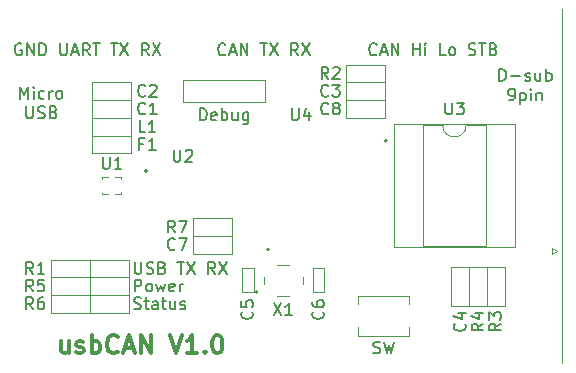
<source format=gto>
G04 #@! TF.GenerationSoftware,KiCad,Pcbnew,(5.1.9-0-10_14)*
G04 #@! TF.CreationDate,2021-04-11T20:07:46+09:00*
G04 #@! TF.ProjectId,usbCAN,75736243-414e-42e6-9b69-6361645f7063,V1.0*
G04 #@! TF.SameCoordinates,Original*
G04 #@! TF.FileFunction,Legend,Top*
G04 #@! TF.FilePolarity,Positive*
%FSLAX46Y46*%
G04 Gerber Fmt 4.6, Leading zero omitted, Abs format (unit mm)*
G04 Created by KiCad (PCBNEW (5.1.9-0-10_14)) date 2021-04-11 20:07:46*
%MOMM*%
%LPD*%
G01*
G04 APERTURE LIST*
%ADD10C,0.150000*%
%ADD11C,0.300000*%
%ADD12C,0.120000*%
%ADD13C,0.200000*%
G04 APERTURE END LIST*
D10*
X-28661904Y12000000D02*
X-28757142Y12047619D01*
X-28900000Y12047619D01*
X-29042857Y12000000D01*
X-29138095Y11904761D01*
X-29185714Y11809523D01*
X-29233333Y11619047D01*
X-29233333Y11476190D01*
X-29185714Y11285714D01*
X-29138095Y11190476D01*
X-29042857Y11095238D01*
X-28900000Y11047619D01*
X-28804761Y11047619D01*
X-28661904Y11095238D01*
X-28614285Y11142857D01*
X-28614285Y11476190D01*
X-28804761Y11476190D01*
X-28185714Y11047619D02*
X-28185714Y12047619D01*
X-27614285Y11047619D01*
X-27614285Y12047619D01*
X-27138095Y11047619D02*
X-27138095Y12047619D01*
X-26900000Y12047619D01*
X-26757142Y12000000D01*
X-26661904Y11904761D01*
X-26614285Y11809523D01*
X-26566666Y11619047D01*
X-26566666Y11476190D01*
X-26614285Y11285714D01*
X-26661904Y11190476D01*
X-26757142Y11095238D01*
X-26900000Y11047619D01*
X-27138095Y11047619D01*
X11809523Y8872619D02*
X11809523Y9872619D01*
X12047619Y9872619D01*
X12190476Y9825000D01*
X12285714Y9729761D01*
X12333333Y9634523D01*
X12380952Y9444047D01*
X12380952Y9301190D01*
X12333333Y9110714D01*
X12285714Y9015476D01*
X12190476Y8920238D01*
X12047619Y8872619D01*
X11809523Y8872619D01*
X12809523Y9253571D02*
X13571428Y9253571D01*
X14000000Y8920238D02*
X14095238Y8872619D01*
X14285714Y8872619D01*
X14380952Y8920238D01*
X14428571Y9015476D01*
X14428571Y9063095D01*
X14380952Y9158333D01*
X14285714Y9205952D01*
X14142857Y9205952D01*
X14047619Y9253571D01*
X14000000Y9348809D01*
X14000000Y9396428D01*
X14047619Y9491666D01*
X14142857Y9539285D01*
X14285714Y9539285D01*
X14380952Y9491666D01*
X15285714Y9539285D02*
X15285714Y8872619D01*
X14857142Y9539285D02*
X14857142Y9015476D01*
X14904761Y8920238D01*
X15000000Y8872619D01*
X15142857Y8872619D01*
X15238095Y8920238D01*
X15285714Y8967857D01*
X15761904Y8872619D02*
X15761904Y9872619D01*
X15761904Y9491666D02*
X15857142Y9539285D01*
X16047619Y9539285D01*
X16142857Y9491666D01*
X16190476Y9444047D01*
X16238095Y9348809D01*
X16238095Y9063095D01*
X16190476Y8967857D01*
X16142857Y8920238D01*
X16047619Y8872619D01*
X15857142Y8872619D01*
X15761904Y8920238D01*
X12666666Y7222619D02*
X12857142Y7222619D01*
X12952380Y7270238D01*
X13000000Y7317857D01*
X13095238Y7460714D01*
X13142857Y7651190D01*
X13142857Y8032142D01*
X13095238Y8127380D01*
X13047619Y8175000D01*
X12952380Y8222619D01*
X12761904Y8222619D01*
X12666666Y8175000D01*
X12619047Y8127380D01*
X12571428Y8032142D01*
X12571428Y7794047D01*
X12619047Y7698809D01*
X12666666Y7651190D01*
X12761904Y7603571D01*
X12952380Y7603571D01*
X13047619Y7651190D01*
X13095238Y7698809D01*
X13142857Y7794047D01*
X13571428Y7889285D02*
X13571428Y6889285D01*
X13571428Y7841666D02*
X13666666Y7889285D01*
X13857142Y7889285D01*
X13952380Y7841666D01*
X14000000Y7794047D01*
X14047619Y7698809D01*
X14047619Y7413095D01*
X14000000Y7317857D01*
X13952380Y7270238D01*
X13857142Y7222619D01*
X13666666Y7222619D01*
X13571428Y7270238D01*
X14476190Y7222619D02*
X14476190Y7889285D01*
X14476190Y8222619D02*
X14428571Y8175000D01*
X14476190Y8127380D01*
X14523809Y8175000D01*
X14476190Y8222619D01*
X14476190Y8127380D01*
X14952380Y7889285D02*
X14952380Y7222619D01*
X14952380Y7794047D02*
X15000000Y7841666D01*
X15095238Y7889285D01*
X15238095Y7889285D01*
X15333333Y7841666D01*
X15380952Y7746428D01*
X15380952Y7222619D01*
X-28761904Y7372619D02*
X-28761904Y8372619D01*
X-28428571Y7658333D01*
X-28095238Y8372619D01*
X-28095238Y7372619D01*
X-27619047Y7372619D02*
X-27619047Y8039285D01*
X-27619047Y8372619D02*
X-27666666Y8325000D01*
X-27619047Y8277380D01*
X-27571428Y8325000D01*
X-27619047Y8372619D01*
X-27619047Y8277380D01*
X-26714285Y7420238D02*
X-26809523Y7372619D01*
X-27000000Y7372619D01*
X-27095238Y7420238D01*
X-27142857Y7467857D01*
X-27190476Y7563095D01*
X-27190476Y7848809D01*
X-27142857Y7944047D01*
X-27095238Y7991666D01*
X-27000000Y8039285D01*
X-26809523Y8039285D01*
X-26714285Y7991666D01*
X-26285714Y7372619D02*
X-26285714Y8039285D01*
X-26285714Y7848809D02*
X-26238095Y7944047D01*
X-26190476Y7991666D01*
X-26095238Y8039285D01*
X-26000000Y8039285D01*
X-25523809Y7372619D02*
X-25619047Y7420238D01*
X-25666666Y7467857D01*
X-25714285Y7563095D01*
X-25714285Y7848809D01*
X-25666666Y7944047D01*
X-25619047Y7991666D01*
X-25523809Y8039285D01*
X-25380952Y8039285D01*
X-25285714Y7991666D01*
X-25238095Y7944047D01*
X-25190476Y7848809D01*
X-25190476Y7563095D01*
X-25238095Y7467857D01*
X-25285714Y7420238D01*
X-25380952Y7372619D01*
X-25523809Y7372619D01*
X-28261904Y6722619D02*
X-28261904Y5913095D01*
X-28214285Y5817857D01*
X-28166666Y5770238D01*
X-28071428Y5722619D01*
X-27880952Y5722619D01*
X-27785714Y5770238D01*
X-27738095Y5817857D01*
X-27690476Y5913095D01*
X-27690476Y6722619D01*
X-27261904Y5770238D02*
X-27119047Y5722619D01*
X-26880952Y5722619D01*
X-26785714Y5770238D01*
X-26738095Y5817857D01*
X-26690476Y5913095D01*
X-26690476Y6008333D01*
X-26738095Y6103571D01*
X-26785714Y6151190D01*
X-26880952Y6198809D01*
X-27071428Y6246428D01*
X-27166666Y6294047D01*
X-27214285Y6341666D01*
X-27261904Y6436904D01*
X-27261904Y6532142D01*
X-27214285Y6627380D01*
X-27166666Y6675000D01*
X-27071428Y6722619D01*
X-26833333Y6722619D01*
X-26690476Y6675000D01*
X-25928571Y6246428D02*
X-25785714Y6198809D01*
X-25738095Y6151190D01*
X-25690476Y6055952D01*
X-25690476Y5913095D01*
X-25738095Y5817857D01*
X-25785714Y5770238D01*
X-25880952Y5722619D01*
X-26261904Y5722619D01*
X-26261904Y6722619D01*
X-25928571Y6722619D01*
X-25833333Y6675000D01*
X-25785714Y6627380D01*
X-25738095Y6532142D01*
X-25738095Y6436904D01*
X-25785714Y6341666D01*
X-25833333Y6294047D01*
X-25928571Y6246428D01*
X-26261904Y6246428D01*
D11*
X-24642857Y-13178571D02*
X-24642857Y-14178571D01*
X-25285714Y-13178571D02*
X-25285714Y-13964285D01*
X-25214285Y-14107142D01*
X-25071428Y-14178571D01*
X-24857142Y-14178571D01*
X-24714285Y-14107142D01*
X-24642857Y-14035714D01*
X-24000000Y-14107142D02*
X-23857142Y-14178571D01*
X-23571428Y-14178571D01*
X-23428571Y-14107142D01*
X-23357142Y-13964285D01*
X-23357142Y-13892857D01*
X-23428571Y-13750000D01*
X-23571428Y-13678571D01*
X-23785714Y-13678571D01*
X-23928571Y-13607142D01*
X-24000000Y-13464285D01*
X-24000000Y-13392857D01*
X-23928571Y-13250000D01*
X-23785714Y-13178571D01*
X-23571428Y-13178571D01*
X-23428571Y-13250000D01*
X-22714285Y-14178571D02*
X-22714285Y-12678571D01*
X-22714285Y-13250000D02*
X-22571428Y-13178571D01*
X-22285714Y-13178571D01*
X-22142857Y-13250000D01*
X-22071428Y-13321428D01*
X-22000000Y-13464285D01*
X-22000000Y-13892857D01*
X-22071428Y-14035714D01*
X-22142857Y-14107142D01*
X-22285714Y-14178571D01*
X-22571428Y-14178571D01*
X-22714285Y-14107142D01*
X-20500000Y-14035714D02*
X-20571428Y-14107142D01*
X-20785714Y-14178571D01*
X-20928571Y-14178571D01*
X-21142857Y-14107142D01*
X-21285714Y-13964285D01*
X-21357142Y-13821428D01*
X-21428571Y-13535714D01*
X-21428571Y-13321428D01*
X-21357142Y-13035714D01*
X-21285714Y-12892857D01*
X-21142857Y-12750000D01*
X-20928571Y-12678571D01*
X-20785714Y-12678571D01*
X-20571428Y-12750000D01*
X-20500000Y-12821428D01*
X-19928571Y-13750000D02*
X-19214285Y-13750000D01*
X-20071428Y-14178571D02*
X-19571428Y-12678571D01*
X-19071428Y-14178571D01*
X-18571428Y-14178571D02*
X-18571428Y-12678571D01*
X-17714285Y-14178571D01*
X-17714285Y-12678571D01*
X-16071428Y-12678571D02*
X-15571428Y-14178571D01*
X-15071428Y-12678571D01*
X-13785714Y-14178571D02*
X-14642857Y-14178571D01*
X-14214285Y-14178571D02*
X-14214285Y-12678571D01*
X-14357142Y-12892857D01*
X-14500000Y-13035714D01*
X-14642857Y-13107142D01*
X-13142857Y-14035714D02*
X-13071428Y-14107142D01*
X-13142857Y-14178571D01*
X-13214285Y-14107142D01*
X-13142857Y-14035714D01*
X-13142857Y-14178571D01*
X-12142857Y-12678571D02*
X-12000000Y-12678571D01*
X-11857142Y-12750000D01*
X-11785714Y-12821428D01*
X-11714285Y-12964285D01*
X-11642857Y-13250000D01*
X-11642857Y-13607142D01*
X-11714285Y-13892857D01*
X-11785714Y-14035714D01*
X-11857142Y-14107142D01*
X-12000000Y-14178571D01*
X-12142857Y-14178571D01*
X-12285714Y-14107142D01*
X-12357142Y-14035714D01*
X-12428571Y-13892857D01*
X-12500000Y-13607142D01*
X-12500000Y-13250000D01*
X-12428571Y-12964285D01*
X-12357142Y-12821428D01*
X-12285714Y-12750000D01*
X-12142857Y-12678571D01*
D10*
X1142857Y-14154761D02*
X1285714Y-14202380D01*
X1523809Y-14202380D01*
X1619047Y-14154761D01*
X1666666Y-14107142D01*
X1714285Y-14011904D01*
X1714285Y-13916666D01*
X1666666Y-13821428D01*
X1619047Y-13773809D01*
X1523809Y-13726190D01*
X1333333Y-13678571D01*
X1238095Y-13630952D01*
X1190476Y-13583333D01*
X1142857Y-13488095D01*
X1142857Y-13392857D01*
X1190476Y-13297619D01*
X1238095Y-13250000D01*
X1333333Y-13202380D01*
X1571428Y-13202380D01*
X1714285Y-13250000D01*
X2047619Y-13202380D02*
X2285714Y-14202380D01*
X2476190Y-13488095D01*
X2666666Y-14202380D01*
X2904761Y-13202380D01*
X-13547619Y5547619D02*
X-13547619Y6547619D01*
X-13309523Y6547619D01*
X-13166666Y6500000D01*
X-13071428Y6404761D01*
X-13023809Y6309523D01*
X-12976190Y6119047D01*
X-12976190Y5976190D01*
X-13023809Y5785714D01*
X-13071428Y5690476D01*
X-13166666Y5595238D01*
X-13309523Y5547619D01*
X-13547619Y5547619D01*
X-12166666Y5595238D02*
X-12261904Y5547619D01*
X-12452380Y5547619D01*
X-12547619Y5595238D01*
X-12595238Y5690476D01*
X-12595238Y6071428D01*
X-12547619Y6166666D01*
X-12452380Y6214285D01*
X-12261904Y6214285D01*
X-12166666Y6166666D01*
X-12119047Y6071428D01*
X-12119047Y5976190D01*
X-12595238Y5880952D01*
X-11690476Y5547619D02*
X-11690476Y6547619D01*
X-11690476Y6166666D02*
X-11595238Y6214285D01*
X-11404761Y6214285D01*
X-11309523Y6166666D01*
X-11261904Y6119047D01*
X-11214285Y6023809D01*
X-11214285Y5738095D01*
X-11261904Y5642857D01*
X-11309523Y5595238D01*
X-11404761Y5547619D01*
X-11595238Y5547619D01*
X-11690476Y5595238D01*
X-10357142Y6214285D02*
X-10357142Y5547619D01*
X-10785714Y6214285D02*
X-10785714Y5690476D01*
X-10738095Y5595238D01*
X-10642857Y5547619D01*
X-10500000Y5547619D01*
X-10404761Y5595238D01*
X-10357142Y5642857D01*
X-9452380Y6214285D02*
X-9452380Y5404761D01*
X-9500000Y5309523D01*
X-9547619Y5261904D01*
X-9642857Y5214285D01*
X-9785714Y5214285D01*
X-9880952Y5261904D01*
X-9452380Y5595238D02*
X-9547619Y5547619D01*
X-9738095Y5547619D01*
X-9833333Y5595238D01*
X-9880952Y5642857D01*
X-9928571Y5738095D01*
X-9928571Y6023809D01*
X-9880952Y6119047D01*
X-9833333Y6166666D01*
X-9738095Y6214285D01*
X-9547619Y6214285D01*
X-9452380Y6166666D01*
X1407023Y11142857D02*
X1359404Y11095238D01*
X1216547Y11047619D01*
X1121309Y11047619D01*
X978452Y11095238D01*
X883214Y11190476D01*
X835595Y11285714D01*
X787976Y11476190D01*
X787976Y11619047D01*
X835595Y11809523D01*
X883214Y11904761D01*
X978452Y12000000D01*
X1121309Y12047619D01*
X1216547Y12047619D01*
X1359404Y12000000D01*
X1407023Y11952380D01*
X1787976Y11333333D02*
X2264166Y11333333D01*
X1692738Y11047619D02*
X2026071Y12047619D01*
X2359404Y11047619D01*
X2692738Y11047619D02*
X2692738Y12047619D01*
X3264166Y11047619D01*
X3264166Y12047619D01*
X4502261Y11047619D02*
X4502261Y12047619D01*
X4502261Y11571428D02*
X5073690Y11571428D01*
X5073690Y11047619D02*
X5073690Y12047619D01*
X5549880Y11047619D02*
X5549880Y11714285D01*
X5549880Y12047619D02*
X5502261Y12000000D01*
X5549880Y11952380D01*
X5597499Y12000000D01*
X5549880Y12047619D01*
X5549880Y11952380D01*
X7264166Y11047619D02*
X6787976Y11047619D01*
X6787976Y12047619D01*
X7740357Y11047619D02*
X7645119Y11095238D01*
X7597499Y11142857D01*
X7549880Y11238095D01*
X7549880Y11523809D01*
X7597499Y11619047D01*
X7645119Y11666666D01*
X7740357Y11714285D01*
X7883214Y11714285D01*
X7978452Y11666666D01*
X8026071Y11619047D01*
X8073690Y11523809D01*
X8073690Y11238095D01*
X8026071Y11142857D01*
X7978452Y11095238D01*
X7883214Y11047619D01*
X7740357Y11047619D01*
X9216547Y11095238D02*
X9359404Y11047619D01*
X9597499Y11047619D01*
X9692738Y11095238D01*
X9740357Y11142857D01*
X9787976Y11238095D01*
X9787976Y11333333D01*
X9740357Y11428571D01*
X9692738Y11476190D01*
X9597499Y11523809D01*
X9407023Y11571428D01*
X9311785Y11619047D01*
X9264166Y11666666D01*
X9216547Y11761904D01*
X9216547Y11857142D01*
X9264166Y11952380D01*
X9311785Y12000000D01*
X9407023Y12047619D01*
X9645119Y12047619D01*
X9787976Y12000000D01*
X10073690Y12047619D02*
X10645119Y12047619D01*
X10359404Y11047619D02*
X10359404Y12047619D01*
X11311785Y11571428D02*
X11454642Y11523809D01*
X11502261Y11476190D01*
X11549880Y11380952D01*
X11549880Y11238095D01*
X11502261Y11142857D01*
X11454642Y11095238D01*
X11359404Y11047619D01*
X10978452Y11047619D01*
X10978452Y12047619D01*
X11311785Y12047619D01*
X11407023Y12000000D01*
X11454642Y11952380D01*
X11502261Y11857142D01*
X11502261Y11761904D01*
X11454642Y11666666D01*
X11407023Y11619047D01*
X11311785Y11571428D01*
X10978452Y11571428D01*
X-11392976Y11142857D02*
X-11440595Y11095238D01*
X-11583452Y11047619D01*
X-11678690Y11047619D01*
X-11821547Y11095238D01*
X-11916785Y11190476D01*
X-11964404Y11285714D01*
X-12012023Y11476190D01*
X-12012023Y11619047D01*
X-11964404Y11809523D01*
X-11916785Y11904761D01*
X-11821547Y12000000D01*
X-11678690Y12047619D01*
X-11583452Y12047619D01*
X-11440595Y12000000D01*
X-11392976Y11952380D01*
X-11012023Y11333333D02*
X-10535833Y11333333D01*
X-11107261Y11047619D02*
X-10773928Y12047619D01*
X-10440595Y11047619D01*
X-10107261Y11047619D02*
X-10107261Y12047619D01*
X-9535833Y11047619D01*
X-9535833Y12047619D01*
X-8440595Y12047619D02*
X-7869166Y12047619D01*
X-8154880Y11047619D02*
X-8154880Y12047619D01*
X-7631071Y12047619D02*
X-6964404Y11047619D01*
X-6964404Y12047619D02*
X-7631071Y11047619D01*
X-5250119Y11047619D02*
X-5583452Y11523809D01*
X-5821547Y11047619D02*
X-5821547Y12047619D01*
X-5440595Y12047619D01*
X-5345357Y12000000D01*
X-5297738Y11952380D01*
X-5250119Y11857142D01*
X-5250119Y11714285D01*
X-5297738Y11619047D01*
X-5345357Y11571428D01*
X-5440595Y11523809D01*
X-5821547Y11523809D01*
X-4916785Y12047619D02*
X-4250119Y11047619D01*
X-4250119Y12047619D02*
X-4916785Y11047619D01*
X-25364404Y12047619D02*
X-25364404Y11238095D01*
X-25316785Y11142857D01*
X-25269166Y11095238D01*
X-25173928Y11047619D01*
X-24983452Y11047619D01*
X-24888214Y11095238D01*
X-24840595Y11142857D01*
X-24792976Y11238095D01*
X-24792976Y12047619D01*
X-24364404Y11333333D02*
X-23888214Y11333333D01*
X-24459642Y11047619D02*
X-24126309Y12047619D01*
X-23792976Y11047619D01*
X-22888214Y11047619D02*
X-23221547Y11523809D01*
X-23459642Y11047619D02*
X-23459642Y12047619D01*
X-23078690Y12047619D01*
X-22983452Y12000000D01*
X-22935833Y11952380D01*
X-22888214Y11857142D01*
X-22888214Y11714285D01*
X-22935833Y11619047D01*
X-22983452Y11571428D01*
X-23078690Y11523809D01*
X-23459642Y11523809D01*
X-22602500Y12047619D02*
X-22031071Y12047619D01*
X-22316785Y11047619D02*
X-22316785Y12047619D01*
X-21078690Y12047619D02*
X-20507261Y12047619D01*
X-20792976Y11047619D02*
X-20792976Y12047619D01*
X-20269166Y12047619D02*
X-19602500Y11047619D01*
X-19602500Y12047619D02*
X-20269166Y11047619D01*
X-17888214Y11047619D02*
X-18221547Y11523809D01*
X-18459642Y11047619D02*
X-18459642Y12047619D01*
X-18078690Y12047619D01*
X-17983452Y12000000D01*
X-17935833Y11952380D01*
X-17888214Y11857142D01*
X-17888214Y11714285D01*
X-17935833Y11619047D01*
X-17983452Y11571428D01*
X-18078690Y11523809D01*
X-18459642Y11523809D01*
X-17554880Y12047619D02*
X-16888214Y11047619D01*
X-16888214Y12047619D02*
X-17554880Y11047619D01*
X-19112023Y-10404761D02*
X-18969166Y-10452380D01*
X-18731071Y-10452380D01*
X-18635833Y-10404761D01*
X-18588214Y-10357142D01*
X-18540595Y-10261904D01*
X-18540595Y-10166666D01*
X-18588214Y-10071428D01*
X-18635833Y-10023809D01*
X-18731071Y-9976190D01*
X-18921547Y-9928571D01*
X-19016785Y-9880952D01*
X-19064404Y-9833333D01*
X-19112023Y-9738095D01*
X-19112023Y-9642857D01*
X-19064404Y-9547619D01*
X-19016785Y-9500000D01*
X-18921547Y-9452380D01*
X-18683452Y-9452380D01*
X-18540595Y-9500000D01*
X-18254880Y-9785714D02*
X-17873928Y-9785714D01*
X-18112023Y-9452380D02*
X-18112023Y-10309523D01*
X-18064404Y-10404761D01*
X-17969166Y-10452380D01*
X-17873928Y-10452380D01*
X-17112023Y-10452380D02*
X-17112023Y-9928571D01*
X-17159642Y-9833333D01*
X-17254880Y-9785714D01*
X-17445357Y-9785714D01*
X-17540595Y-9833333D01*
X-17112023Y-10404761D02*
X-17207261Y-10452380D01*
X-17445357Y-10452380D01*
X-17540595Y-10404761D01*
X-17588214Y-10309523D01*
X-17588214Y-10214285D01*
X-17540595Y-10119047D01*
X-17445357Y-10071428D01*
X-17207261Y-10071428D01*
X-17112023Y-10023809D01*
X-16778690Y-9785714D02*
X-16397738Y-9785714D01*
X-16635833Y-9452380D02*
X-16635833Y-10309523D01*
X-16588214Y-10404761D01*
X-16492976Y-10452380D01*
X-16397738Y-10452380D01*
X-15635833Y-9785714D02*
X-15635833Y-10452380D01*
X-16064404Y-9785714D02*
X-16064404Y-10309523D01*
X-16016785Y-10404761D01*
X-15921547Y-10452380D01*
X-15778690Y-10452380D01*
X-15683452Y-10404761D01*
X-15635833Y-10357142D01*
X-15207261Y-10404761D02*
X-15112023Y-10452380D01*
X-14921547Y-10452380D01*
X-14826309Y-10404761D01*
X-14778690Y-10309523D01*
X-14778690Y-10261904D01*
X-14826309Y-10166666D01*
X-14921547Y-10119047D01*
X-15064404Y-10119047D01*
X-15159642Y-10071428D01*
X-15207261Y-9976190D01*
X-15207261Y-9928571D01*
X-15159642Y-9833333D01*
X-15064404Y-9785714D01*
X-14921547Y-9785714D01*
X-14826309Y-9833333D01*
X-19064404Y-8952380D02*
X-19064404Y-7952380D01*
X-18683452Y-7952380D01*
X-18588214Y-8000000D01*
X-18540595Y-8047619D01*
X-18492976Y-8142857D01*
X-18492976Y-8285714D01*
X-18540595Y-8380952D01*
X-18588214Y-8428571D01*
X-18683452Y-8476190D01*
X-19064404Y-8476190D01*
X-17921547Y-8952380D02*
X-18016785Y-8904761D01*
X-18064404Y-8857142D01*
X-18112023Y-8761904D01*
X-18112023Y-8476190D01*
X-18064404Y-8380952D01*
X-18016785Y-8333333D01*
X-17921547Y-8285714D01*
X-17778690Y-8285714D01*
X-17683452Y-8333333D01*
X-17635833Y-8380952D01*
X-17588214Y-8476190D01*
X-17588214Y-8761904D01*
X-17635833Y-8857142D01*
X-17683452Y-8904761D01*
X-17778690Y-8952380D01*
X-17921547Y-8952380D01*
X-17254880Y-8285714D02*
X-17064404Y-8952380D01*
X-16873928Y-8476190D01*
X-16683452Y-8952380D01*
X-16492976Y-8285714D01*
X-15731071Y-8904761D02*
X-15826309Y-8952380D01*
X-16016785Y-8952380D01*
X-16112023Y-8904761D01*
X-16159642Y-8809523D01*
X-16159642Y-8428571D01*
X-16112023Y-8333333D01*
X-16016785Y-8285714D01*
X-15826309Y-8285714D01*
X-15731071Y-8333333D01*
X-15683452Y-8428571D01*
X-15683452Y-8523809D01*
X-16159642Y-8619047D01*
X-15254880Y-8952380D02*
X-15254880Y-8285714D01*
X-15254880Y-8476190D02*
X-15207261Y-8380952D01*
X-15159642Y-8333333D01*
X-15064404Y-8285714D01*
X-14969166Y-8285714D01*
X-19064404Y-6452380D02*
X-19064404Y-7261904D01*
X-19016785Y-7357142D01*
X-18969166Y-7404761D01*
X-18873928Y-7452380D01*
X-18683452Y-7452380D01*
X-18588214Y-7404761D01*
X-18540595Y-7357142D01*
X-18492976Y-7261904D01*
X-18492976Y-6452380D01*
X-18064404Y-7404761D02*
X-17921547Y-7452380D01*
X-17683452Y-7452380D01*
X-17588214Y-7404761D01*
X-17540595Y-7357142D01*
X-17492976Y-7261904D01*
X-17492976Y-7166666D01*
X-17540595Y-7071428D01*
X-17588214Y-7023809D01*
X-17683452Y-6976190D01*
X-17873928Y-6928571D01*
X-17969166Y-6880952D01*
X-18016785Y-6833333D01*
X-18064404Y-6738095D01*
X-18064404Y-6642857D01*
X-18016785Y-6547619D01*
X-17969166Y-6500000D01*
X-17873928Y-6452380D01*
X-17635833Y-6452380D01*
X-17492976Y-6500000D01*
X-16731071Y-6928571D02*
X-16588214Y-6976190D01*
X-16540595Y-7023809D01*
X-16492976Y-7119047D01*
X-16492976Y-7261904D01*
X-16540595Y-7357142D01*
X-16588214Y-7404761D01*
X-16683452Y-7452380D01*
X-17064404Y-7452380D01*
X-17064404Y-6452380D01*
X-16731071Y-6452380D01*
X-16635833Y-6500000D01*
X-16588214Y-6547619D01*
X-16540595Y-6642857D01*
X-16540595Y-6738095D01*
X-16588214Y-6833333D01*
X-16635833Y-6880952D01*
X-16731071Y-6928571D01*
X-17064404Y-6928571D01*
X-15445357Y-6452380D02*
X-14873928Y-6452380D01*
X-15159642Y-7452380D02*
X-15159642Y-6452380D01*
X-14635833Y-6452380D02*
X-13969166Y-7452380D01*
X-13969166Y-6452380D02*
X-14635833Y-7452380D01*
X-12254880Y-7452380D02*
X-12588214Y-6976190D01*
X-12826309Y-7452380D02*
X-12826309Y-6452380D01*
X-12445357Y-6452380D01*
X-12350119Y-6500000D01*
X-12302500Y-6547619D01*
X-12254880Y-6642857D01*
X-12254880Y-6785714D01*
X-12302500Y-6880952D01*
X-12350119Y-6928571D01*
X-12445357Y-6976190D01*
X-12826309Y-6976190D01*
X-11921547Y-6452380D02*
X-11254880Y-7452380D01*
X-11254880Y-6452380D02*
X-11921547Y-7452380D01*
D12*
X-22650000Y4250000D02*
X-22650000Y2750000D01*
X-19350000Y4250000D02*
X-19350000Y2750000D01*
X-22650000Y4250000D02*
X-19350000Y4250000D01*
X-22650000Y2750000D02*
X-19350000Y2750000D01*
X16678675Y-5540000D02*
X16245662Y-5790000D01*
X16245662Y-5290000D02*
X16678675Y-5540000D01*
X16245662Y-5790000D02*
X16245662Y-5290000D01*
X17100000Y-15040000D02*
X17100000Y14960000D01*
D13*
X-18000000Y1250000D02*
G75*
G03*
X-18000000Y1250000I-100000J0D01*
G01*
X2290000Y3810000D02*
G75*
G03*
X2290000Y3810000I-100000J0D01*
G01*
D12*
X7000000Y5140000D02*
X5350000Y5140000D01*
X5350000Y5140000D02*
X5350000Y-5140000D01*
X5350000Y-5140000D02*
X10650000Y-5140000D01*
X10650000Y-5140000D02*
X10650000Y5140000D01*
X10650000Y5140000D02*
X9000000Y5140000D01*
X2860000Y5200000D02*
X2860000Y-5200000D01*
X2860000Y-5200000D02*
X13140000Y-5200000D01*
X13140000Y-5200000D02*
X13140000Y5200000D01*
X13140000Y5200000D02*
X2860000Y5200000D01*
X9000000Y5140000D02*
G75*
G02*
X7000000Y5140000I-1000000J0D01*
G01*
D13*
X-8700000Y-9000000D02*
G75*
G03*
X-8700000Y-9000000I-70711J0D01*
G01*
D12*
X-8150000Y-7700000D02*
X-8150000Y-8300000D01*
X-6000000Y-6700000D02*
X-7000000Y-6700000D01*
X-4850000Y-8300000D02*
X-4850000Y-7700000D01*
X-7000000Y-9300000D02*
X-6000000Y-9300000D01*
D13*
X-7700000Y-5400000D02*
G75*
G03*
X-7700000Y-5400000I-100000J0D01*
G01*
D12*
X-21800000Y600000D02*
X-21800000Y700000D01*
X-21800000Y700000D02*
X-21300000Y700000D01*
X-20700000Y700000D02*
X-20200000Y700000D01*
X-20200000Y700000D02*
X-20200000Y600000D01*
X-20200000Y-500000D02*
X-20200000Y-700000D01*
X-20200000Y-700000D02*
X-20700000Y-700000D01*
X-21300000Y-700000D02*
X-21800000Y-700000D01*
X-21800000Y-700000D02*
X-21800000Y-600000D01*
X4200000Y-12000000D02*
X4200000Y-12700000D01*
X4200000Y-12700000D02*
X-200000Y-12700000D01*
X-200000Y-12700000D02*
X-200000Y-12000000D01*
X-200000Y-10000000D02*
X-200000Y-9300000D01*
X-200000Y-9300000D02*
X4200000Y-9300000D01*
X4200000Y-9300000D02*
X4200000Y-10000000D01*
X-10850000Y-2750000D02*
X-14150000Y-2750000D01*
X-10850000Y-4250000D02*
X-14150000Y-4250000D01*
X-14150000Y-4250000D02*
X-14150000Y-2750000D01*
X-10850000Y-4250000D02*
X-10850000Y-2750000D01*
X-22850000Y-9250000D02*
X-26150000Y-9250000D01*
X-22850000Y-10750000D02*
X-26150000Y-10750000D01*
X-26150000Y-10750000D02*
X-26150000Y-9250000D01*
X-22850000Y-10750000D02*
X-22850000Y-9250000D01*
X-22850000Y-7750000D02*
X-26150000Y-7750000D01*
X-22850000Y-9250000D02*
X-26150000Y-9250000D01*
X-26150000Y-9250000D02*
X-26150000Y-7750000D01*
X-22850000Y-9250000D02*
X-22850000Y-7750000D01*
X12250000Y-10150000D02*
X12250000Y-6850000D01*
X10750000Y-10150000D02*
X10750000Y-6850000D01*
X10750000Y-6850000D02*
X12250000Y-6850000D01*
X10750000Y-10150000D02*
X12250000Y-10150000D01*
X7750000Y-6850000D02*
X7750000Y-10150000D01*
X9250000Y-6850000D02*
X9250000Y-10150000D01*
X9250000Y-10150000D02*
X7750000Y-10150000D01*
X9250000Y-6850000D02*
X7750000Y-6850000D01*
X2150000Y10250000D02*
X-1150000Y10250000D01*
X2150000Y8750000D02*
X-1150000Y8750000D01*
X-1150000Y8750000D02*
X-1150000Y10250000D01*
X2150000Y8750000D02*
X2150000Y10250000D01*
X-22850000Y-6250000D02*
X-26150000Y-6250000D01*
X-22850000Y-7750000D02*
X-26150000Y-7750000D01*
X-26150000Y-7750000D02*
X-26150000Y-6250000D01*
X-22850000Y-7750000D02*
X-22850000Y-6250000D01*
X-19350000Y5750000D02*
X-22650000Y5750000D01*
X-19350000Y4250000D02*
X-22650000Y4250000D01*
X-22650000Y4250000D02*
X-22650000Y5750000D01*
X-19350000Y4250000D02*
X-19350000Y5750000D01*
X-8000000Y7050000D02*
X-8000000Y8950000D01*
X-14950000Y7050000D02*
X-8000000Y7050000D01*
X-14950000Y8950000D02*
X-8000000Y8950000D01*
X-14950000Y7050000D02*
X-14950000Y8950000D01*
X-19550000Y-9250000D02*
X-22850000Y-9250000D01*
X-19550000Y-10750000D02*
X-22850000Y-10750000D01*
X-22850000Y-10750000D02*
X-22850000Y-9250000D01*
X-19550000Y-10750000D02*
X-19550000Y-9250000D01*
X-19550000Y-7750000D02*
X-22850000Y-7750000D01*
X-19550000Y-9250000D02*
X-22850000Y-9250000D01*
X-22850000Y-9250000D02*
X-22850000Y-7750000D01*
X-19550000Y-9250000D02*
X-19550000Y-7750000D01*
X-19550000Y-6250000D02*
X-22850000Y-6250000D01*
X-19550000Y-7750000D02*
X-22850000Y-7750000D01*
X-22850000Y-7750000D02*
X-22850000Y-6250000D01*
X-19550000Y-7750000D02*
X-19550000Y-6250000D01*
X2150000Y7250000D02*
X-1150000Y7250000D01*
X2150000Y5750000D02*
X-1150000Y5750000D01*
X-1150000Y5750000D02*
X-1150000Y7250000D01*
X2150000Y5750000D02*
X2150000Y7250000D01*
X-14150000Y-5750000D02*
X-10850000Y-5750000D01*
X-14150000Y-4250000D02*
X-10850000Y-4250000D01*
X-10850000Y-4250000D02*
X-10850000Y-5750000D01*
X-14150000Y-4250000D02*
X-14150000Y-5750000D01*
X-3000000Y-7000000D02*
X-4000000Y-7000000D01*
X-3000000Y-9000000D02*
X-4000000Y-9000000D01*
X-3000000Y-9000000D02*
X-3000000Y-7000000D01*
X-4000000Y-9000000D02*
X-4000000Y-7000000D01*
X-10000000Y-9000000D02*
X-9000000Y-9000000D01*
X-10000000Y-7000000D02*
X-9000000Y-7000000D01*
X-10000000Y-7000000D02*
X-10000000Y-9000000D01*
X-9000000Y-7000000D02*
X-9000000Y-9000000D01*
X10750000Y-10150000D02*
X10750000Y-6850000D01*
X9250000Y-10150000D02*
X9250000Y-6850000D01*
X9250000Y-6850000D02*
X10750000Y-6850000D01*
X9250000Y-10150000D02*
X10750000Y-10150000D01*
X2150000Y8750000D02*
X-1150000Y8750000D01*
X2150000Y7250000D02*
X-1150000Y7250000D01*
X-1150000Y7250000D02*
X-1150000Y8750000D01*
X2150000Y7250000D02*
X2150000Y8750000D01*
X-22650000Y7250000D02*
X-19350000Y7250000D01*
X-22650000Y8750000D02*
X-19350000Y8750000D01*
X-19350000Y8750000D02*
X-19350000Y7250000D01*
X-22650000Y8750000D02*
X-22650000Y7250000D01*
X-22650000Y5750000D02*
X-19350000Y5750000D01*
X-22650000Y7250000D02*
X-19350000Y7250000D01*
X-19350000Y7250000D02*
X-19350000Y5750000D01*
X-22650000Y7250000D02*
X-22650000Y5750000D01*
D10*
X-18333333Y3571428D02*
X-18666666Y3571428D01*
X-18666666Y3047619D02*
X-18666666Y4047619D01*
X-18190476Y4047619D01*
X-17285714Y3047619D02*
X-17857142Y3047619D01*
X-17571428Y3047619D02*
X-17571428Y4047619D01*
X-17666666Y3904761D01*
X-17761904Y3809523D01*
X-17857142Y3761904D01*
X-15761904Y3047619D02*
X-15761904Y2238095D01*
X-15714285Y2142857D01*
X-15666666Y2095238D01*
X-15571428Y2047619D01*
X-15380952Y2047619D01*
X-15285714Y2095238D01*
X-15238095Y2142857D01*
X-15190476Y2238095D01*
X-15190476Y3047619D01*
X-14761904Y2952380D02*
X-14714285Y3000000D01*
X-14619047Y3047619D01*
X-14380952Y3047619D01*
X-14285714Y3000000D01*
X-14238095Y2952380D01*
X-14190476Y2857142D01*
X-14190476Y2761904D01*
X-14238095Y2619047D01*
X-14809523Y2047619D01*
X-14190476Y2047619D01*
X7238095Y7047619D02*
X7238095Y6238095D01*
X7285714Y6142857D01*
X7333333Y6095238D01*
X7428571Y6047619D01*
X7619047Y6047619D01*
X7714285Y6095238D01*
X7761904Y6142857D01*
X7809523Y6238095D01*
X7809523Y7047619D01*
X8190476Y7047619D02*
X8809523Y7047619D01*
X8476190Y6666666D01*
X8619047Y6666666D01*
X8714285Y6619047D01*
X8761904Y6571428D01*
X8809523Y6476190D01*
X8809523Y6238095D01*
X8761904Y6142857D01*
X8714285Y6095238D01*
X8619047Y6047619D01*
X8333333Y6047619D01*
X8238095Y6095238D01*
X8190476Y6142857D01*
X-7309523Y-9952380D02*
X-6642857Y-10952380D01*
X-6642857Y-9952380D02*
X-7309523Y-10952380D01*
X-5738095Y-10952380D02*
X-6309523Y-10952380D01*
X-6023809Y-10952380D02*
X-6023809Y-9952380D01*
X-6119047Y-10095238D01*
X-6214285Y-10190476D01*
X-6309523Y-10238095D01*
X-5761904Y6547619D02*
X-5761904Y5738095D01*
X-5714285Y5642857D01*
X-5666666Y5595238D01*
X-5571428Y5547619D01*
X-5380952Y5547619D01*
X-5285714Y5595238D01*
X-5238095Y5642857D01*
X-5190476Y5738095D01*
X-5190476Y6547619D01*
X-4285714Y6214285D02*
X-4285714Y5547619D01*
X-4523809Y6595238D02*
X-4761904Y5880952D01*
X-4142857Y5880952D01*
X-21761904Y2447619D02*
X-21761904Y1638095D01*
X-21714285Y1542857D01*
X-21666666Y1495238D01*
X-21571428Y1447619D01*
X-21380952Y1447619D01*
X-21285714Y1495238D01*
X-21238095Y1542857D01*
X-21190476Y1638095D01*
X-21190476Y2447619D01*
X-20190476Y1447619D02*
X-20761904Y1447619D01*
X-20476190Y1447619D02*
X-20476190Y2447619D01*
X-20571428Y2304761D01*
X-20666666Y2209523D01*
X-20761904Y2161904D01*
X-15666666Y-3952380D02*
X-16000000Y-3476190D01*
X-16238095Y-3952380D02*
X-16238095Y-2952380D01*
X-15857142Y-2952380D01*
X-15761904Y-3000000D01*
X-15714285Y-3047619D01*
X-15666666Y-3142857D01*
X-15666666Y-3285714D01*
X-15714285Y-3380952D01*
X-15761904Y-3428571D01*
X-15857142Y-3476190D01*
X-16238095Y-3476190D01*
X-15333333Y-2952380D02*
X-14666666Y-2952380D01*
X-15095238Y-3952380D01*
X-27666666Y-10452380D02*
X-28000000Y-9976190D01*
X-28238095Y-10452380D02*
X-28238095Y-9452380D01*
X-27857142Y-9452380D01*
X-27761904Y-9500000D01*
X-27714285Y-9547619D01*
X-27666666Y-9642857D01*
X-27666666Y-9785714D01*
X-27714285Y-9880952D01*
X-27761904Y-9928571D01*
X-27857142Y-9976190D01*
X-28238095Y-9976190D01*
X-26809523Y-9452380D02*
X-27000000Y-9452380D01*
X-27095238Y-9500000D01*
X-27142857Y-9547619D01*
X-27238095Y-9690476D01*
X-27285714Y-9880952D01*
X-27285714Y-10261904D01*
X-27238095Y-10357142D01*
X-27190476Y-10404761D01*
X-27095238Y-10452380D01*
X-26904761Y-10452380D01*
X-26809523Y-10404761D01*
X-26761904Y-10357142D01*
X-26714285Y-10261904D01*
X-26714285Y-10023809D01*
X-26761904Y-9928571D01*
X-26809523Y-9880952D01*
X-26904761Y-9833333D01*
X-27095238Y-9833333D01*
X-27190476Y-9880952D01*
X-27238095Y-9928571D01*
X-27285714Y-10023809D01*
X-27666666Y-8952380D02*
X-28000000Y-8476190D01*
X-28238095Y-8952380D02*
X-28238095Y-7952380D01*
X-27857142Y-7952380D01*
X-27761904Y-8000000D01*
X-27714285Y-8047619D01*
X-27666666Y-8142857D01*
X-27666666Y-8285714D01*
X-27714285Y-8380952D01*
X-27761904Y-8428571D01*
X-27857142Y-8476190D01*
X-28238095Y-8476190D01*
X-26761904Y-7952380D02*
X-27238095Y-7952380D01*
X-27285714Y-8428571D01*
X-27238095Y-8380952D01*
X-27142857Y-8333333D01*
X-26904761Y-8333333D01*
X-26809523Y-8380952D01*
X-26761904Y-8428571D01*
X-26714285Y-8523809D01*
X-26714285Y-8761904D01*
X-26761904Y-8857142D01*
X-26809523Y-8904761D01*
X-26904761Y-8952380D01*
X-27142857Y-8952380D01*
X-27238095Y-8904761D01*
X-27285714Y-8857142D01*
X10452380Y-11666666D02*
X9976190Y-12000000D01*
X10452380Y-12238095D02*
X9452380Y-12238095D01*
X9452380Y-11857142D01*
X9500000Y-11761904D01*
X9547619Y-11714285D01*
X9642857Y-11666666D01*
X9785714Y-11666666D01*
X9880952Y-11714285D01*
X9928571Y-11761904D01*
X9976190Y-11857142D01*
X9976190Y-12238095D01*
X9785714Y-10809523D02*
X10452380Y-10809523D01*
X9404761Y-11047619D02*
X10119047Y-11285714D01*
X10119047Y-10666666D01*
X11952380Y-11666666D02*
X11476190Y-12000000D01*
X11952380Y-12238095D02*
X10952380Y-12238095D01*
X10952380Y-11857142D01*
X11000000Y-11761904D01*
X11047619Y-11714285D01*
X11142857Y-11666666D01*
X11285714Y-11666666D01*
X11380952Y-11714285D01*
X11428571Y-11761904D01*
X11476190Y-11857142D01*
X11476190Y-12238095D01*
X10952380Y-11333333D02*
X10952380Y-10714285D01*
X11333333Y-11047619D01*
X11333333Y-10904761D01*
X11380952Y-10809523D01*
X11428571Y-10761904D01*
X11523809Y-10714285D01*
X11761904Y-10714285D01*
X11857142Y-10761904D01*
X11904761Y-10809523D01*
X11952380Y-10904761D01*
X11952380Y-11190476D01*
X11904761Y-11285714D01*
X11857142Y-11333333D01*
X-2666666Y9047619D02*
X-3000000Y9523809D01*
X-3238095Y9047619D02*
X-3238095Y10047619D01*
X-2857142Y10047619D01*
X-2761904Y10000000D01*
X-2714285Y9952380D01*
X-2666666Y9857142D01*
X-2666666Y9714285D01*
X-2714285Y9619047D01*
X-2761904Y9571428D01*
X-2857142Y9523809D01*
X-3238095Y9523809D01*
X-2285714Y9952380D02*
X-2238095Y10000000D01*
X-2142857Y10047619D01*
X-1904761Y10047619D01*
X-1809523Y10000000D01*
X-1761904Y9952380D01*
X-1714285Y9857142D01*
X-1714285Y9761904D01*
X-1761904Y9619047D01*
X-2333333Y9047619D01*
X-1714285Y9047619D01*
X-27666666Y-7452380D02*
X-28000000Y-6976190D01*
X-28238095Y-7452380D02*
X-28238095Y-6452380D01*
X-27857142Y-6452380D01*
X-27761904Y-6500000D01*
X-27714285Y-6547619D01*
X-27666666Y-6642857D01*
X-27666666Y-6785714D01*
X-27714285Y-6880952D01*
X-27761904Y-6928571D01*
X-27857142Y-6976190D01*
X-28238095Y-6976190D01*
X-26714285Y-7452380D02*
X-27285714Y-7452380D01*
X-27000000Y-7452380D02*
X-27000000Y-6452380D01*
X-27095238Y-6595238D01*
X-27190476Y-6690476D01*
X-27285714Y-6738095D01*
X-18166666Y4547619D02*
X-18642857Y4547619D01*
X-18642857Y5547619D01*
X-17309523Y4547619D02*
X-17880952Y4547619D01*
X-17595238Y4547619D02*
X-17595238Y5547619D01*
X-17690476Y5404761D01*
X-17785714Y5309523D01*
X-17880952Y5261904D01*
X-2666666Y6142857D02*
X-2714285Y6095238D01*
X-2857142Y6047619D01*
X-2952380Y6047619D01*
X-3095238Y6095238D01*
X-3190476Y6190476D01*
X-3238095Y6285714D01*
X-3285714Y6476190D01*
X-3285714Y6619047D01*
X-3238095Y6809523D01*
X-3190476Y6904761D01*
X-3095238Y7000000D01*
X-2952380Y7047619D01*
X-2857142Y7047619D01*
X-2714285Y7000000D01*
X-2666666Y6952380D01*
X-2095238Y6619047D02*
X-2190476Y6666666D01*
X-2238095Y6714285D01*
X-2285714Y6809523D01*
X-2285714Y6857142D01*
X-2238095Y6952380D01*
X-2190476Y7000000D01*
X-2095238Y7047619D01*
X-1904761Y7047619D01*
X-1809523Y7000000D01*
X-1761904Y6952380D01*
X-1714285Y6857142D01*
X-1714285Y6809523D01*
X-1761904Y6714285D01*
X-1809523Y6666666D01*
X-1904761Y6619047D01*
X-2095238Y6619047D01*
X-2190476Y6571428D01*
X-2238095Y6523809D01*
X-2285714Y6428571D01*
X-2285714Y6238095D01*
X-2238095Y6142857D01*
X-2190476Y6095238D01*
X-2095238Y6047619D01*
X-1904761Y6047619D01*
X-1809523Y6095238D01*
X-1761904Y6142857D01*
X-1714285Y6238095D01*
X-1714285Y6428571D01*
X-1761904Y6523809D01*
X-1809523Y6571428D01*
X-1904761Y6619047D01*
X-15666666Y-5357142D02*
X-15714285Y-5404761D01*
X-15857142Y-5452380D01*
X-15952380Y-5452380D01*
X-16095238Y-5404761D01*
X-16190476Y-5309523D01*
X-16238095Y-5214285D01*
X-16285714Y-5023809D01*
X-16285714Y-4880952D01*
X-16238095Y-4690476D01*
X-16190476Y-4595238D01*
X-16095238Y-4500000D01*
X-15952380Y-4452380D01*
X-15857142Y-4452380D01*
X-15714285Y-4500000D01*
X-15666666Y-4547619D01*
X-15333333Y-4452380D02*
X-14666666Y-4452380D01*
X-15095238Y-5452380D01*
X-3142857Y-10666666D02*
X-3095238Y-10714285D01*
X-3047619Y-10857142D01*
X-3047619Y-10952380D01*
X-3095238Y-11095238D01*
X-3190476Y-11190476D01*
X-3285714Y-11238095D01*
X-3476190Y-11285714D01*
X-3619047Y-11285714D01*
X-3809523Y-11238095D01*
X-3904761Y-11190476D01*
X-4000000Y-11095238D01*
X-4047619Y-10952380D01*
X-4047619Y-10857142D01*
X-4000000Y-10714285D01*
X-3952380Y-10666666D01*
X-4047619Y-9809523D02*
X-4047619Y-10000000D01*
X-4000000Y-10095238D01*
X-3952380Y-10142857D01*
X-3809523Y-10238095D01*
X-3619047Y-10285714D01*
X-3238095Y-10285714D01*
X-3142857Y-10238095D01*
X-3095238Y-10190476D01*
X-3047619Y-10095238D01*
X-3047619Y-9904761D01*
X-3095238Y-9809523D01*
X-3142857Y-9761904D01*
X-3238095Y-9714285D01*
X-3476190Y-9714285D01*
X-3571428Y-9761904D01*
X-3619047Y-9809523D01*
X-3666666Y-9904761D01*
X-3666666Y-10095238D01*
X-3619047Y-10190476D01*
X-3571428Y-10238095D01*
X-3476190Y-10285714D01*
X-9142857Y-10666666D02*
X-9095238Y-10714285D01*
X-9047619Y-10857142D01*
X-9047619Y-10952380D01*
X-9095238Y-11095238D01*
X-9190476Y-11190476D01*
X-9285714Y-11238095D01*
X-9476190Y-11285714D01*
X-9619047Y-11285714D01*
X-9809523Y-11238095D01*
X-9904761Y-11190476D01*
X-10000000Y-11095238D01*
X-10047619Y-10952380D01*
X-10047619Y-10857142D01*
X-10000000Y-10714285D01*
X-9952380Y-10666666D01*
X-10047619Y-9761904D02*
X-10047619Y-10238095D01*
X-9571428Y-10285714D01*
X-9619047Y-10238095D01*
X-9666666Y-10142857D01*
X-9666666Y-9904761D01*
X-9619047Y-9809523D01*
X-9571428Y-9761904D01*
X-9476190Y-9714285D01*
X-9238095Y-9714285D01*
X-9142857Y-9761904D01*
X-9095238Y-9809523D01*
X-9047619Y-9904761D01*
X-9047619Y-10142857D01*
X-9095238Y-10238095D01*
X-9142857Y-10285714D01*
X8857142Y-11666666D02*
X8904761Y-11714285D01*
X8952380Y-11857142D01*
X8952380Y-11952380D01*
X8904761Y-12095238D01*
X8809523Y-12190476D01*
X8714285Y-12238095D01*
X8523809Y-12285714D01*
X8380952Y-12285714D01*
X8190476Y-12238095D01*
X8095238Y-12190476D01*
X8000000Y-12095238D01*
X7952380Y-11952380D01*
X7952380Y-11857142D01*
X8000000Y-11714285D01*
X8047619Y-11666666D01*
X8285714Y-10809523D02*
X8952380Y-10809523D01*
X7904761Y-11047619D02*
X8619047Y-11285714D01*
X8619047Y-10666666D01*
X-2666666Y7642857D02*
X-2714285Y7595238D01*
X-2857142Y7547619D01*
X-2952380Y7547619D01*
X-3095238Y7595238D01*
X-3190476Y7690476D01*
X-3238095Y7785714D01*
X-3285714Y7976190D01*
X-3285714Y8119047D01*
X-3238095Y8309523D01*
X-3190476Y8404761D01*
X-3095238Y8500000D01*
X-2952380Y8547619D01*
X-2857142Y8547619D01*
X-2714285Y8500000D01*
X-2666666Y8452380D01*
X-2333333Y8547619D02*
X-1714285Y8547619D01*
X-2047619Y8166666D01*
X-1904761Y8166666D01*
X-1809523Y8119047D01*
X-1761904Y8071428D01*
X-1714285Y7976190D01*
X-1714285Y7738095D01*
X-1761904Y7642857D01*
X-1809523Y7595238D01*
X-1904761Y7547619D01*
X-2190476Y7547619D01*
X-2285714Y7595238D01*
X-2333333Y7642857D01*
X-18166666Y7642857D02*
X-18214285Y7595238D01*
X-18357142Y7547619D01*
X-18452380Y7547619D01*
X-18595238Y7595238D01*
X-18690476Y7690476D01*
X-18738095Y7785714D01*
X-18785714Y7976190D01*
X-18785714Y8119047D01*
X-18738095Y8309523D01*
X-18690476Y8404761D01*
X-18595238Y8500000D01*
X-18452380Y8547619D01*
X-18357142Y8547619D01*
X-18214285Y8500000D01*
X-18166666Y8452380D01*
X-17785714Y8452380D02*
X-17738095Y8500000D01*
X-17642857Y8547619D01*
X-17404761Y8547619D01*
X-17309523Y8500000D01*
X-17261904Y8452380D01*
X-17214285Y8357142D01*
X-17214285Y8261904D01*
X-17261904Y8119047D01*
X-17833333Y7547619D01*
X-17214285Y7547619D01*
X-18166666Y6142857D02*
X-18214285Y6095238D01*
X-18357142Y6047619D01*
X-18452380Y6047619D01*
X-18595238Y6095238D01*
X-18690476Y6190476D01*
X-18738095Y6285714D01*
X-18785714Y6476190D01*
X-18785714Y6619047D01*
X-18738095Y6809523D01*
X-18690476Y6904761D01*
X-18595238Y7000000D01*
X-18452380Y7047619D01*
X-18357142Y7047619D01*
X-18214285Y7000000D01*
X-18166666Y6952380D01*
X-17214285Y6047619D02*
X-17785714Y6047619D01*
X-17500000Y6047619D02*
X-17500000Y7047619D01*
X-17595238Y6904761D01*
X-17690476Y6809523D01*
X-17785714Y6761904D01*
M02*

</source>
